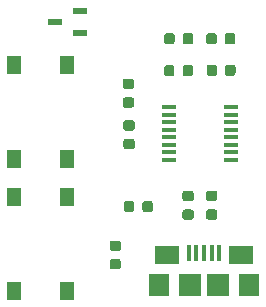
<source format=gbr>
G04 #@! TF.GenerationSoftware,KiCad,Pcbnew,(5.1.5)-3*
G04 #@! TF.CreationDate,2019-12-14T15:37:32-08:00*
G04 #@! TF.ProjectId,programmer,70726f67-7261-46d6-9d65-722e6b696361,rev?*
G04 #@! TF.SameCoordinates,Original*
G04 #@! TF.FileFunction,Paste,Top*
G04 #@! TF.FilePolarity,Positive*
%FSLAX46Y46*%
G04 Gerber Fmt 4.6, Leading zero omitted, Abs format (unit mm)*
G04 Created by KiCad (PCBNEW (5.1.5)-3) date 2019-12-14 15:37:32*
%MOMM*%
%LPD*%
G04 APERTURE LIST*
%ADD10R,1.300000X1.550000*%
%ADD11R,1.200000X0.400000*%
%ADD12C,0.100000*%
%ADD13R,1.300000X0.600000*%
%ADD14R,1.800000X1.900000*%
%ADD15R,1.900000X1.900000*%
%ADD16R,2.100000X1.600000*%
%ADD17R,0.400000X1.350000*%
G04 APERTURE END LIST*
D10*
X126174500Y-109017000D03*
X121674500Y-109017000D03*
X121674500Y-116967000D03*
X126174500Y-116967000D03*
X126174500Y-120193000D03*
X121674500Y-120193000D03*
X121674500Y-128143000D03*
X126174500Y-128143000D03*
D11*
X134814960Y-117073680D03*
X134814960Y-116438680D03*
X134814960Y-115803680D03*
X134814960Y-115168680D03*
X134814960Y-114533680D03*
X134814960Y-113898680D03*
X134814960Y-113263680D03*
X134814960Y-112628680D03*
X140014960Y-112628680D03*
X140014960Y-113263680D03*
X140014960Y-113898680D03*
X140014960Y-114533680D03*
X140014960Y-115168680D03*
X140014960Y-115803680D03*
X140014960Y-116438680D03*
X140014960Y-117073680D03*
D12*
G36*
X138629551Y-106363533D02*
G01*
X138650786Y-106366683D01*
X138671610Y-106371899D01*
X138691822Y-106379131D01*
X138711228Y-106388310D01*
X138729641Y-106399346D01*
X138746884Y-106412134D01*
X138762790Y-106426550D01*
X138777206Y-106442456D01*
X138789994Y-106459699D01*
X138801030Y-106478112D01*
X138810209Y-106497518D01*
X138817441Y-106517730D01*
X138822657Y-106538554D01*
X138825807Y-106559789D01*
X138826860Y-106581230D01*
X138826860Y-107093730D01*
X138825807Y-107115171D01*
X138822657Y-107136406D01*
X138817441Y-107157230D01*
X138810209Y-107177442D01*
X138801030Y-107196848D01*
X138789994Y-107215261D01*
X138777206Y-107232504D01*
X138762790Y-107248410D01*
X138746884Y-107262826D01*
X138729641Y-107275614D01*
X138711228Y-107286650D01*
X138691822Y-107295829D01*
X138671610Y-107303061D01*
X138650786Y-107308277D01*
X138629551Y-107311427D01*
X138608110Y-107312480D01*
X138170610Y-107312480D01*
X138149169Y-107311427D01*
X138127934Y-107308277D01*
X138107110Y-107303061D01*
X138086898Y-107295829D01*
X138067492Y-107286650D01*
X138049079Y-107275614D01*
X138031836Y-107262826D01*
X138015930Y-107248410D01*
X138001514Y-107232504D01*
X137988726Y-107215261D01*
X137977690Y-107196848D01*
X137968511Y-107177442D01*
X137961279Y-107157230D01*
X137956063Y-107136406D01*
X137952913Y-107115171D01*
X137951860Y-107093730D01*
X137951860Y-106581230D01*
X137952913Y-106559789D01*
X137956063Y-106538554D01*
X137961279Y-106517730D01*
X137968511Y-106497518D01*
X137977690Y-106478112D01*
X137988726Y-106459699D01*
X138001514Y-106442456D01*
X138015930Y-106426550D01*
X138031836Y-106412134D01*
X138049079Y-106399346D01*
X138067492Y-106388310D01*
X138086898Y-106379131D01*
X138107110Y-106371899D01*
X138127934Y-106366683D01*
X138149169Y-106363533D01*
X138170610Y-106362480D01*
X138608110Y-106362480D01*
X138629551Y-106363533D01*
G37*
G36*
X140204551Y-106363533D02*
G01*
X140225786Y-106366683D01*
X140246610Y-106371899D01*
X140266822Y-106379131D01*
X140286228Y-106388310D01*
X140304641Y-106399346D01*
X140321884Y-106412134D01*
X140337790Y-106426550D01*
X140352206Y-106442456D01*
X140364994Y-106459699D01*
X140376030Y-106478112D01*
X140385209Y-106497518D01*
X140392441Y-106517730D01*
X140397657Y-106538554D01*
X140400807Y-106559789D01*
X140401860Y-106581230D01*
X140401860Y-107093730D01*
X140400807Y-107115171D01*
X140397657Y-107136406D01*
X140392441Y-107157230D01*
X140385209Y-107177442D01*
X140376030Y-107196848D01*
X140364994Y-107215261D01*
X140352206Y-107232504D01*
X140337790Y-107248410D01*
X140321884Y-107262826D01*
X140304641Y-107275614D01*
X140286228Y-107286650D01*
X140266822Y-107295829D01*
X140246610Y-107303061D01*
X140225786Y-107308277D01*
X140204551Y-107311427D01*
X140183110Y-107312480D01*
X139745610Y-107312480D01*
X139724169Y-107311427D01*
X139702934Y-107308277D01*
X139682110Y-107303061D01*
X139661898Y-107295829D01*
X139642492Y-107286650D01*
X139624079Y-107275614D01*
X139606836Y-107262826D01*
X139590930Y-107248410D01*
X139576514Y-107232504D01*
X139563726Y-107215261D01*
X139552690Y-107196848D01*
X139543511Y-107177442D01*
X139536279Y-107157230D01*
X139531063Y-107136406D01*
X139527913Y-107115171D01*
X139526860Y-107093730D01*
X139526860Y-106581230D01*
X139527913Y-106559789D01*
X139531063Y-106538554D01*
X139536279Y-106517730D01*
X139543511Y-106497518D01*
X139552690Y-106478112D01*
X139563726Y-106459699D01*
X139576514Y-106442456D01*
X139590930Y-106426550D01*
X139606836Y-106412134D01*
X139624079Y-106399346D01*
X139642492Y-106388310D01*
X139661898Y-106379131D01*
X139682110Y-106371899D01*
X139702934Y-106366683D01*
X139724169Y-106363533D01*
X139745610Y-106362480D01*
X140183110Y-106362480D01*
X140204551Y-106363533D01*
G37*
G36*
X136643471Y-106353373D02*
G01*
X136664706Y-106356523D01*
X136685530Y-106361739D01*
X136705742Y-106368971D01*
X136725148Y-106378150D01*
X136743561Y-106389186D01*
X136760804Y-106401974D01*
X136776710Y-106416390D01*
X136791126Y-106432296D01*
X136803914Y-106449539D01*
X136814950Y-106467952D01*
X136824129Y-106487358D01*
X136831361Y-106507570D01*
X136836577Y-106528394D01*
X136839727Y-106549629D01*
X136840780Y-106571070D01*
X136840780Y-107083570D01*
X136839727Y-107105011D01*
X136836577Y-107126246D01*
X136831361Y-107147070D01*
X136824129Y-107167282D01*
X136814950Y-107186688D01*
X136803914Y-107205101D01*
X136791126Y-107222344D01*
X136776710Y-107238250D01*
X136760804Y-107252666D01*
X136743561Y-107265454D01*
X136725148Y-107276490D01*
X136705742Y-107285669D01*
X136685530Y-107292901D01*
X136664706Y-107298117D01*
X136643471Y-107301267D01*
X136622030Y-107302320D01*
X136184530Y-107302320D01*
X136163089Y-107301267D01*
X136141854Y-107298117D01*
X136121030Y-107292901D01*
X136100818Y-107285669D01*
X136081412Y-107276490D01*
X136062999Y-107265454D01*
X136045756Y-107252666D01*
X136029850Y-107238250D01*
X136015434Y-107222344D01*
X136002646Y-107205101D01*
X135991610Y-107186688D01*
X135982431Y-107167282D01*
X135975199Y-107147070D01*
X135969983Y-107126246D01*
X135966833Y-107105011D01*
X135965780Y-107083570D01*
X135965780Y-106571070D01*
X135966833Y-106549629D01*
X135969983Y-106528394D01*
X135975199Y-106507570D01*
X135982431Y-106487358D01*
X135991610Y-106467952D01*
X136002646Y-106449539D01*
X136015434Y-106432296D01*
X136029850Y-106416390D01*
X136045756Y-106401974D01*
X136062999Y-106389186D01*
X136081412Y-106378150D01*
X136100818Y-106368971D01*
X136121030Y-106361739D01*
X136141854Y-106356523D01*
X136163089Y-106353373D01*
X136184530Y-106352320D01*
X136622030Y-106352320D01*
X136643471Y-106353373D01*
G37*
G36*
X135068471Y-106353373D02*
G01*
X135089706Y-106356523D01*
X135110530Y-106361739D01*
X135130742Y-106368971D01*
X135150148Y-106378150D01*
X135168561Y-106389186D01*
X135185804Y-106401974D01*
X135201710Y-106416390D01*
X135216126Y-106432296D01*
X135228914Y-106449539D01*
X135239950Y-106467952D01*
X135249129Y-106487358D01*
X135256361Y-106507570D01*
X135261577Y-106528394D01*
X135264727Y-106549629D01*
X135265780Y-106571070D01*
X135265780Y-107083570D01*
X135264727Y-107105011D01*
X135261577Y-107126246D01*
X135256361Y-107147070D01*
X135249129Y-107167282D01*
X135239950Y-107186688D01*
X135228914Y-107205101D01*
X135216126Y-107222344D01*
X135201710Y-107238250D01*
X135185804Y-107252666D01*
X135168561Y-107265454D01*
X135150148Y-107276490D01*
X135130742Y-107285669D01*
X135110530Y-107292901D01*
X135089706Y-107298117D01*
X135068471Y-107301267D01*
X135047030Y-107302320D01*
X134609530Y-107302320D01*
X134588089Y-107301267D01*
X134566854Y-107298117D01*
X134546030Y-107292901D01*
X134525818Y-107285669D01*
X134506412Y-107276490D01*
X134487999Y-107265454D01*
X134470756Y-107252666D01*
X134454850Y-107238250D01*
X134440434Y-107222344D01*
X134427646Y-107205101D01*
X134416610Y-107186688D01*
X134407431Y-107167282D01*
X134400199Y-107147070D01*
X134394983Y-107126246D01*
X134391833Y-107105011D01*
X134390780Y-107083570D01*
X134390780Y-106571070D01*
X134391833Y-106549629D01*
X134394983Y-106528394D01*
X134400199Y-106507570D01*
X134407431Y-106487358D01*
X134416610Y-106467952D01*
X134427646Y-106449539D01*
X134440434Y-106432296D01*
X134454850Y-106416390D01*
X134470756Y-106401974D01*
X134487999Y-106389186D01*
X134506412Y-106378150D01*
X134525818Y-106368971D01*
X134546030Y-106361739D01*
X134566854Y-106356523D01*
X134588089Y-106353373D01*
X134609530Y-106352320D01*
X135047030Y-106352320D01*
X135068471Y-106353373D01*
G37*
G36*
X130528891Y-125486793D02*
G01*
X130550126Y-125489943D01*
X130570950Y-125495159D01*
X130591162Y-125502391D01*
X130610568Y-125511570D01*
X130628981Y-125522606D01*
X130646224Y-125535394D01*
X130662130Y-125549810D01*
X130676546Y-125565716D01*
X130689334Y-125582959D01*
X130700370Y-125601372D01*
X130709549Y-125620778D01*
X130716781Y-125640990D01*
X130721997Y-125661814D01*
X130725147Y-125683049D01*
X130726200Y-125704490D01*
X130726200Y-126141990D01*
X130725147Y-126163431D01*
X130721997Y-126184666D01*
X130716781Y-126205490D01*
X130709549Y-126225702D01*
X130700370Y-126245108D01*
X130689334Y-126263521D01*
X130676546Y-126280764D01*
X130662130Y-126296670D01*
X130646224Y-126311086D01*
X130628981Y-126323874D01*
X130610568Y-126334910D01*
X130591162Y-126344089D01*
X130570950Y-126351321D01*
X130550126Y-126356537D01*
X130528891Y-126359687D01*
X130507450Y-126360740D01*
X129994950Y-126360740D01*
X129973509Y-126359687D01*
X129952274Y-126356537D01*
X129931450Y-126351321D01*
X129911238Y-126344089D01*
X129891832Y-126334910D01*
X129873419Y-126323874D01*
X129856176Y-126311086D01*
X129840270Y-126296670D01*
X129825854Y-126280764D01*
X129813066Y-126263521D01*
X129802030Y-126245108D01*
X129792851Y-126225702D01*
X129785619Y-126205490D01*
X129780403Y-126184666D01*
X129777253Y-126163431D01*
X129776200Y-126141990D01*
X129776200Y-125704490D01*
X129777253Y-125683049D01*
X129780403Y-125661814D01*
X129785619Y-125640990D01*
X129792851Y-125620778D01*
X129802030Y-125601372D01*
X129813066Y-125582959D01*
X129825854Y-125565716D01*
X129840270Y-125549810D01*
X129856176Y-125535394D01*
X129873419Y-125522606D01*
X129891832Y-125511570D01*
X129911238Y-125502391D01*
X129931450Y-125495159D01*
X129952274Y-125489943D01*
X129973509Y-125486793D01*
X129994950Y-125485740D01*
X130507450Y-125485740D01*
X130528891Y-125486793D01*
G37*
G36*
X130528891Y-123911793D02*
G01*
X130550126Y-123914943D01*
X130570950Y-123920159D01*
X130591162Y-123927391D01*
X130610568Y-123936570D01*
X130628981Y-123947606D01*
X130646224Y-123960394D01*
X130662130Y-123974810D01*
X130676546Y-123990716D01*
X130689334Y-124007959D01*
X130700370Y-124026372D01*
X130709549Y-124045778D01*
X130716781Y-124065990D01*
X130721997Y-124086814D01*
X130725147Y-124108049D01*
X130726200Y-124129490D01*
X130726200Y-124566990D01*
X130725147Y-124588431D01*
X130721997Y-124609666D01*
X130716781Y-124630490D01*
X130709549Y-124650702D01*
X130700370Y-124670108D01*
X130689334Y-124688521D01*
X130676546Y-124705764D01*
X130662130Y-124721670D01*
X130646224Y-124736086D01*
X130628981Y-124748874D01*
X130610568Y-124759910D01*
X130591162Y-124769089D01*
X130570950Y-124776321D01*
X130550126Y-124781537D01*
X130528891Y-124784687D01*
X130507450Y-124785740D01*
X129994950Y-124785740D01*
X129973509Y-124784687D01*
X129952274Y-124781537D01*
X129931450Y-124776321D01*
X129911238Y-124769089D01*
X129891832Y-124759910D01*
X129873419Y-124748874D01*
X129856176Y-124736086D01*
X129840270Y-124721670D01*
X129825854Y-124705764D01*
X129813066Y-124688521D01*
X129802030Y-124670108D01*
X129792851Y-124650702D01*
X129785619Y-124630490D01*
X129780403Y-124609666D01*
X129777253Y-124588431D01*
X129776200Y-124566990D01*
X129776200Y-124129490D01*
X129777253Y-124108049D01*
X129780403Y-124086814D01*
X129785619Y-124065990D01*
X129792851Y-124045778D01*
X129802030Y-124026372D01*
X129813066Y-124007959D01*
X129825854Y-123990716D01*
X129840270Y-123974810D01*
X129856176Y-123960394D01*
X129873419Y-123947606D01*
X129891832Y-123936570D01*
X129911238Y-123927391D01*
X129931450Y-123920159D01*
X129952274Y-123914943D01*
X129973509Y-123911793D01*
X129994950Y-123910740D01*
X130507450Y-123910740D01*
X130528891Y-123911793D01*
G37*
G36*
X136685851Y-121280353D02*
G01*
X136707086Y-121283503D01*
X136727910Y-121288719D01*
X136748122Y-121295951D01*
X136767528Y-121305130D01*
X136785941Y-121316166D01*
X136803184Y-121328954D01*
X136819090Y-121343370D01*
X136833506Y-121359276D01*
X136846294Y-121376519D01*
X136857330Y-121394932D01*
X136866509Y-121414338D01*
X136873741Y-121434550D01*
X136878957Y-121455374D01*
X136882107Y-121476609D01*
X136883160Y-121498050D01*
X136883160Y-121935550D01*
X136882107Y-121956991D01*
X136878957Y-121978226D01*
X136873741Y-121999050D01*
X136866509Y-122019262D01*
X136857330Y-122038668D01*
X136846294Y-122057081D01*
X136833506Y-122074324D01*
X136819090Y-122090230D01*
X136803184Y-122104646D01*
X136785941Y-122117434D01*
X136767528Y-122128470D01*
X136748122Y-122137649D01*
X136727910Y-122144881D01*
X136707086Y-122150097D01*
X136685851Y-122153247D01*
X136664410Y-122154300D01*
X136151910Y-122154300D01*
X136130469Y-122153247D01*
X136109234Y-122150097D01*
X136088410Y-122144881D01*
X136068198Y-122137649D01*
X136048792Y-122128470D01*
X136030379Y-122117434D01*
X136013136Y-122104646D01*
X135997230Y-122090230D01*
X135982814Y-122074324D01*
X135970026Y-122057081D01*
X135958990Y-122038668D01*
X135949811Y-122019262D01*
X135942579Y-121999050D01*
X135937363Y-121978226D01*
X135934213Y-121956991D01*
X135933160Y-121935550D01*
X135933160Y-121498050D01*
X135934213Y-121476609D01*
X135937363Y-121455374D01*
X135942579Y-121434550D01*
X135949811Y-121414338D01*
X135958990Y-121394932D01*
X135970026Y-121376519D01*
X135982814Y-121359276D01*
X135997230Y-121343370D01*
X136013136Y-121328954D01*
X136030379Y-121316166D01*
X136048792Y-121305130D01*
X136068198Y-121295951D01*
X136088410Y-121288719D01*
X136109234Y-121283503D01*
X136130469Y-121280353D01*
X136151910Y-121279300D01*
X136664410Y-121279300D01*
X136685851Y-121280353D01*
G37*
G36*
X136685851Y-119705353D02*
G01*
X136707086Y-119708503D01*
X136727910Y-119713719D01*
X136748122Y-119720951D01*
X136767528Y-119730130D01*
X136785941Y-119741166D01*
X136803184Y-119753954D01*
X136819090Y-119768370D01*
X136833506Y-119784276D01*
X136846294Y-119801519D01*
X136857330Y-119819932D01*
X136866509Y-119839338D01*
X136873741Y-119859550D01*
X136878957Y-119880374D01*
X136882107Y-119901609D01*
X136883160Y-119923050D01*
X136883160Y-120360550D01*
X136882107Y-120381991D01*
X136878957Y-120403226D01*
X136873741Y-120424050D01*
X136866509Y-120444262D01*
X136857330Y-120463668D01*
X136846294Y-120482081D01*
X136833506Y-120499324D01*
X136819090Y-120515230D01*
X136803184Y-120529646D01*
X136785941Y-120542434D01*
X136767528Y-120553470D01*
X136748122Y-120562649D01*
X136727910Y-120569881D01*
X136707086Y-120575097D01*
X136685851Y-120578247D01*
X136664410Y-120579300D01*
X136151910Y-120579300D01*
X136130469Y-120578247D01*
X136109234Y-120575097D01*
X136088410Y-120569881D01*
X136068198Y-120562649D01*
X136048792Y-120553470D01*
X136030379Y-120542434D01*
X136013136Y-120529646D01*
X135997230Y-120515230D01*
X135982814Y-120499324D01*
X135970026Y-120482081D01*
X135958990Y-120463668D01*
X135949811Y-120444262D01*
X135942579Y-120424050D01*
X135937363Y-120403226D01*
X135934213Y-120381991D01*
X135933160Y-120360550D01*
X135933160Y-119923050D01*
X135934213Y-119901609D01*
X135937363Y-119880374D01*
X135942579Y-119859550D01*
X135949811Y-119839338D01*
X135958990Y-119819932D01*
X135970026Y-119801519D01*
X135982814Y-119784276D01*
X135997230Y-119768370D01*
X136013136Y-119753954D01*
X136030379Y-119741166D01*
X136048792Y-119730130D01*
X136068198Y-119720951D01*
X136088410Y-119713719D01*
X136109234Y-119708503D01*
X136130469Y-119705353D01*
X136151910Y-119704300D01*
X136664410Y-119704300D01*
X136685851Y-119705353D01*
G37*
G36*
X138687371Y-121270193D02*
G01*
X138708606Y-121273343D01*
X138729430Y-121278559D01*
X138749642Y-121285791D01*
X138769048Y-121294970D01*
X138787461Y-121306006D01*
X138804704Y-121318794D01*
X138820610Y-121333210D01*
X138835026Y-121349116D01*
X138847814Y-121366359D01*
X138858850Y-121384772D01*
X138868029Y-121404178D01*
X138875261Y-121424390D01*
X138880477Y-121445214D01*
X138883627Y-121466449D01*
X138884680Y-121487890D01*
X138884680Y-121925390D01*
X138883627Y-121946831D01*
X138880477Y-121968066D01*
X138875261Y-121988890D01*
X138868029Y-122009102D01*
X138858850Y-122028508D01*
X138847814Y-122046921D01*
X138835026Y-122064164D01*
X138820610Y-122080070D01*
X138804704Y-122094486D01*
X138787461Y-122107274D01*
X138769048Y-122118310D01*
X138749642Y-122127489D01*
X138729430Y-122134721D01*
X138708606Y-122139937D01*
X138687371Y-122143087D01*
X138665930Y-122144140D01*
X138153430Y-122144140D01*
X138131989Y-122143087D01*
X138110754Y-122139937D01*
X138089930Y-122134721D01*
X138069718Y-122127489D01*
X138050312Y-122118310D01*
X138031899Y-122107274D01*
X138014656Y-122094486D01*
X137998750Y-122080070D01*
X137984334Y-122064164D01*
X137971546Y-122046921D01*
X137960510Y-122028508D01*
X137951331Y-122009102D01*
X137944099Y-121988890D01*
X137938883Y-121968066D01*
X137935733Y-121946831D01*
X137934680Y-121925390D01*
X137934680Y-121487890D01*
X137935733Y-121466449D01*
X137938883Y-121445214D01*
X137944099Y-121424390D01*
X137951331Y-121404178D01*
X137960510Y-121384772D01*
X137971546Y-121366359D01*
X137984334Y-121349116D01*
X137998750Y-121333210D01*
X138014656Y-121318794D01*
X138031899Y-121306006D01*
X138050312Y-121294970D01*
X138069718Y-121285791D01*
X138089930Y-121278559D01*
X138110754Y-121273343D01*
X138131989Y-121270193D01*
X138153430Y-121269140D01*
X138665930Y-121269140D01*
X138687371Y-121270193D01*
G37*
G36*
X138687371Y-119695193D02*
G01*
X138708606Y-119698343D01*
X138729430Y-119703559D01*
X138749642Y-119710791D01*
X138769048Y-119719970D01*
X138787461Y-119731006D01*
X138804704Y-119743794D01*
X138820610Y-119758210D01*
X138835026Y-119774116D01*
X138847814Y-119791359D01*
X138858850Y-119809772D01*
X138868029Y-119829178D01*
X138875261Y-119849390D01*
X138880477Y-119870214D01*
X138883627Y-119891449D01*
X138884680Y-119912890D01*
X138884680Y-120350390D01*
X138883627Y-120371831D01*
X138880477Y-120393066D01*
X138875261Y-120413890D01*
X138868029Y-120434102D01*
X138858850Y-120453508D01*
X138847814Y-120471921D01*
X138835026Y-120489164D01*
X138820610Y-120505070D01*
X138804704Y-120519486D01*
X138787461Y-120532274D01*
X138769048Y-120543310D01*
X138749642Y-120552489D01*
X138729430Y-120559721D01*
X138708606Y-120564937D01*
X138687371Y-120568087D01*
X138665930Y-120569140D01*
X138153430Y-120569140D01*
X138131989Y-120568087D01*
X138110754Y-120564937D01*
X138089930Y-120559721D01*
X138069718Y-120552489D01*
X138050312Y-120543310D01*
X138031899Y-120532274D01*
X138014656Y-120519486D01*
X137998750Y-120505070D01*
X137984334Y-120489164D01*
X137971546Y-120471921D01*
X137960510Y-120453508D01*
X137951331Y-120434102D01*
X137944099Y-120413890D01*
X137938883Y-120393066D01*
X137935733Y-120371831D01*
X137934680Y-120350390D01*
X137934680Y-119912890D01*
X137935733Y-119891449D01*
X137938883Y-119870214D01*
X137944099Y-119849390D01*
X137951331Y-119829178D01*
X137960510Y-119809772D01*
X137971546Y-119791359D01*
X137984334Y-119774116D01*
X137998750Y-119758210D01*
X138014656Y-119743794D01*
X138031899Y-119731006D01*
X138050312Y-119719970D01*
X138069718Y-119710791D01*
X138089930Y-119703559D01*
X138110754Y-119698343D01*
X138131989Y-119695193D01*
X138153430Y-119694140D01*
X138665930Y-119694140D01*
X138687371Y-119695193D01*
G37*
D13*
X127254000Y-106362500D03*
X127254000Y-104462500D03*
X125154000Y-105412500D03*
D14*
X133965640Y-127665480D03*
X141565640Y-127665480D03*
D15*
X136565640Y-127665480D03*
X138965640Y-127665480D03*
D16*
X134665640Y-125115480D03*
X140865640Y-125115480D03*
D17*
X136465640Y-124990480D03*
X138415640Y-124990480D03*
X139065640Y-124990480D03*
X137115640Y-124990480D03*
X137765640Y-124990480D03*
D12*
G36*
X138654751Y-109015293D02*
G01*
X138675986Y-109018443D01*
X138696810Y-109023659D01*
X138717022Y-109030891D01*
X138736428Y-109040070D01*
X138754841Y-109051106D01*
X138772084Y-109063894D01*
X138787990Y-109078310D01*
X138802406Y-109094216D01*
X138815194Y-109111459D01*
X138826230Y-109129872D01*
X138835409Y-109149278D01*
X138842641Y-109169490D01*
X138847857Y-109190314D01*
X138851007Y-109211549D01*
X138852060Y-109232990D01*
X138852060Y-109745490D01*
X138851007Y-109766931D01*
X138847857Y-109788166D01*
X138842641Y-109808990D01*
X138835409Y-109829202D01*
X138826230Y-109848608D01*
X138815194Y-109867021D01*
X138802406Y-109884264D01*
X138787990Y-109900170D01*
X138772084Y-109914586D01*
X138754841Y-109927374D01*
X138736428Y-109938410D01*
X138717022Y-109947589D01*
X138696810Y-109954821D01*
X138675986Y-109960037D01*
X138654751Y-109963187D01*
X138633310Y-109964240D01*
X138195810Y-109964240D01*
X138174369Y-109963187D01*
X138153134Y-109960037D01*
X138132310Y-109954821D01*
X138112098Y-109947589D01*
X138092692Y-109938410D01*
X138074279Y-109927374D01*
X138057036Y-109914586D01*
X138041130Y-109900170D01*
X138026714Y-109884264D01*
X138013926Y-109867021D01*
X138002890Y-109848608D01*
X137993711Y-109829202D01*
X137986479Y-109808990D01*
X137981263Y-109788166D01*
X137978113Y-109766931D01*
X137977060Y-109745490D01*
X137977060Y-109232990D01*
X137978113Y-109211549D01*
X137981263Y-109190314D01*
X137986479Y-109169490D01*
X137993711Y-109149278D01*
X138002890Y-109129872D01*
X138013926Y-109111459D01*
X138026714Y-109094216D01*
X138041130Y-109078310D01*
X138057036Y-109063894D01*
X138074279Y-109051106D01*
X138092692Y-109040070D01*
X138112098Y-109030891D01*
X138132310Y-109023659D01*
X138153134Y-109018443D01*
X138174369Y-109015293D01*
X138195810Y-109014240D01*
X138633310Y-109014240D01*
X138654751Y-109015293D01*
G37*
G36*
X140229751Y-109015293D02*
G01*
X140250986Y-109018443D01*
X140271810Y-109023659D01*
X140292022Y-109030891D01*
X140311428Y-109040070D01*
X140329841Y-109051106D01*
X140347084Y-109063894D01*
X140362990Y-109078310D01*
X140377406Y-109094216D01*
X140390194Y-109111459D01*
X140401230Y-109129872D01*
X140410409Y-109149278D01*
X140417641Y-109169490D01*
X140422857Y-109190314D01*
X140426007Y-109211549D01*
X140427060Y-109232990D01*
X140427060Y-109745490D01*
X140426007Y-109766931D01*
X140422857Y-109788166D01*
X140417641Y-109808990D01*
X140410409Y-109829202D01*
X140401230Y-109848608D01*
X140390194Y-109867021D01*
X140377406Y-109884264D01*
X140362990Y-109900170D01*
X140347084Y-109914586D01*
X140329841Y-109927374D01*
X140311428Y-109938410D01*
X140292022Y-109947589D01*
X140271810Y-109954821D01*
X140250986Y-109960037D01*
X140229751Y-109963187D01*
X140208310Y-109964240D01*
X139770810Y-109964240D01*
X139749369Y-109963187D01*
X139728134Y-109960037D01*
X139707310Y-109954821D01*
X139687098Y-109947589D01*
X139667692Y-109938410D01*
X139649279Y-109927374D01*
X139632036Y-109914586D01*
X139616130Y-109900170D01*
X139601714Y-109884264D01*
X139588926Y-109867021D01*
X139577890Y-109848608D01*
X139568711Y-109829202D01*
X139561479Y-109808990D01*
X139556263Y-109788166D01*
X139553113Y-109766931D01*
X139552060Y-109745490D01*
X139552060Y-109232990D01*
X139553113Y-109211549D01*
X139556263Y-109190314D01*
X139561479Y-109169490D01*
X139568711Y-109149278D01*
X139577890Y-109129872D01*
X139588926Y-109111459D01*
X139601714Y-109094216D01*
X139616130Y-109078310D01*
X139632036Y-109063894D01*
X139649279Y-109051106D01*
X139667692Y-109040070D01*
X139687098Y-109030891D01*
X139707310Y-109023659D01*
X139728134Y-109018443D01*
X139749369Y-109015293D01*
X139770810Y-109014240D01*
X140208310Y-109014240D01*
X140229751Y-109015293D01*
G37*
G36*
X136638391Y-109061013D02*
G01*
X136659626Y-109064163D01*
X136680450Y-109069379D01*
X136700662Y-109076611D01*
X136720068Y-109085790D01*
X136738481Y-109096826D01*
X136755724Y-109109614D01*
X136771630Y-109124030D01*
X136786046Y-109139936D01*
X136798834Y-109157179D01*
X136809870Y-109175592D01*
X136819049Y-109194998D01*
X136826281Y-109215210D01*
X136831497Y-109236034D01*
X136834647Y-109257269D01*
X136835700Y-109278710D01*
X136835700Y-109791210D01*
X136834647Y-109812651D01*
X136831497Y-109833886D01*
X136826281Y-109854710D01*
X136819049Y-109874922D01*
X136809870Y-109894328D01*
X136798834Y-109912741D01*
X136786046Y-109929984D01*
X136771630Y-109945890D01*
X136755724Y-109960306D01*
X136738481Y-109973094D01*
X136720068Y-109984130D01*
X136700662Y-109993309D01*
X136680450Y-110000541D01*
X136659626Y-110005757D01*
X136638391Y-110008907D01*
X136616950Y-110009960D01*
X136179450Y-110009960D01*
X136158009Y-110008907D01*
X136136774Y-110005757D01*
X136115950Y-110000541D01*
X136095738Y-109993309D01*
X136076332Y-109984130D01*
X136057919Y-109973094D01*
X136040676Y-109960306D01*
X136024770Y-109945890D01*
X136010354Y-109929984D01*
X135997566Y-109912741D01*
X135986530Y-109894328D01*
X135977351Y-109874922D01*
X135970119Y-109854710D01*
X135964903Y-109833886D01*
X135961753Y-109812651D01*
X135960700Y-109791210D01*
X135960700Y-109278710D01*
X135961753Y-109257269D01*
X135964903Y-109236034D01*
X135970119Y-109215210D01*
X135977351Y-109194998D01*
X135986530Y-109175592D01*
X135997566Y-109157179D01*
X136010354Y-109139936D01*
X136024770Y-109124030D01*
X136040676Y-109109614D01*
X136057919Y-109096826D01*
X136076332Y-109085790D01*
X136095738Y-109076611D01*
X136115950Y-109069379D01*
X136136774Y-109064163D01*
X136158009Y-109061013D01*
X136179450Y-109059960D01*
X136616950Y-109059960D01*
X136638391Y-109061013D01*
G37*
G36*
X135063391Y-109061013D02*
G01*
X135084626Y-109064163D01*
X135105450Y-109069379D01*
X135125662Y-109076611D01*
X135145068Y-109085790D01*
X135163481Y-109096826D01*
X135180724Y-109109614D01*
X135196630Y-109124030D01*
X135211046Y-109139936D01*
X135223834Y-109157179D01*
X135234870Y-109175592D01*
X135244049Y-109194998D01*
X135251281Y-109215210D01*
X135256497Y-109236034D01*
X135259647Y-109257269D01*
X135260700Y-109278710D01*
X135260700Y-109791210D01*
X135259647Y-109812651D01*
X135256497Y-109833886D01*
X135251281Y-109854710D01*
X135244049Y-109874922D01*
X135234870Y-109894328D01*
X135223834Y-109912741D01*
X135211046Y-109929984D01*
X135196630Y-109945890D01*
X135180724Y-109960306D01*
X135163481Y-109973094D01*
X135145068Y-109984130D01*
X135125662Y-109993309D01*
X135105450Y-110000541D01*
X135084626Y-110005757D01*
X135063391Y-110008907D01*
X135041950Y-110009960D01*
X134604450Y-110009960D01*
X134583009Y-110008907D01*
X134561774Y-110005757D01*
X134540950Y-110000541D01*
X134520738Y-109993309D01*
X134501332Y-109984130D01*
X134482919Y-109973094D01*
X134465676Y-109960306D01*
X134449770Y-109945890D01*
X134435354Y-109929984D01*
X134422566Y-109912741D01*
X134411530Y-109894328D01*
X134402351Y-109874922D01*
X134395119Y-109854710D01*
X134389903Y-109833886D01*
X134386753Y-109812651D01*
X134385700Y-109791210D01*
X134385700Y-109278710D01*
X134386753Y-109257269D01*
X134389903Y-109236034D01*
X134395119Y-109215210D01*
X134402351Y-109194998D01*
X134411530Y-109175592D01*
X134422566Y-109157179D01*
X134435354Y-109139936D01*
X134449770Y-109124030D01*
X134465676Y-109109614D01*
X134482919Y-109096826D01*
X134501332Y-109085790D01*
X134520738Y-109076611D01*
X134540950Y-109069379D01*
X134561774Y-109064163D01*
X134583009Y-109061013D01*
X134604450Y-109059960D01*
X135041950Y-109059960D01*
X135063391Y-109061013D01*
G37*
G36*
X131631251Y-110211033D02*
G01*
X131652486Y-110214183D01*
X131673310Y-110219399D01*
X131693522Y-110226631D01*
X131712928Y-110235810D01*
X131731341Y-110246846D01*
X131748584Y-110259634D01*
X131764490Y-110274050D01*
X131778906Y-110289956D01*
X131791694Y-110307199D01*
X131802730Y-110325612D01*
X131811909Y-110345018D01*
X131819141Y-110365230D01*
X131824357Y-110386054D01*
X131827507Y-110407289D01*
X131828560Y-110428730D01*
X131828560Y-110866230D01*
X131827507Y-110887671D01*
X131824357Y-110908906D01*
X131819141Y-110929730D01*
X131811909Y-110949942D01*
X131802730Y-110969348D01*
X131791694Y-110987761D01*
X131778906Y-111005004D01*
X131764490Y-111020910D01*
X131748584Y-111035326D01*
X131731341Y-111048114D01*
X131712928Y-111059150D01*
X131693522Y-111068329D01*
X131673310Y-111075561D01*
X131652486Y-111080777D01*
X131631251Y-111083927D01*
X131609810Y-111084980D01*
X131097310Y-111084980D01*
X131075869Y-111083927D01*
X131054634Y-111080777D01*
X131033810Y-111075561D01*
X131013598Y-111068329D01*
X130994192Y-111059150D01*
X130975779Y-111048114D01*
X130958536Y-111035326D01*
X130942630Y-111020910D01*
X130928214Y-111005004D01*
X130915426Y-110987761D01*
X130904390Y-110969348D01*
X130895211Y-110949942D01*
X130887979Y-110929730D01*
X130882763Y-110908906D01*
X130879613Y-110887671D01*
X130878560Y-110866230D01*
X130878560Y-110428730D01*
X130879613Y-110407289D01*
X130882763Y-110386054D01*
X130887979Y-110365230D01*
X130895211Y-110345018D01*
X130904390Y-110325612D01*
X130915426Y-110307199D01*
X130928214Y-110289956D01*
X130942630Y-110274050D01*
X130958536Y-110259634D01*
X130975779Y-110246846D01*
X130994192Y-110235810D01*
X131013598Y-110226631D01*
X131033810Y-110219399D01*
X131054634Y-110214183D01*
X131075869Y-110211033D01*
X131097310Y-110209980D01*
X131609810Y-110209980D01*
X131631251Y-110211033D01*
G37*
G36*
X131631251Y-111786033D02*
G01*
X131652486Y-111789183D01*
X131673310Y-111794399D01*
X131693522Y-111801631D01*
X131712928Y-111810810D01*
X131731341Y-111821846D01*
X131748584Y-111834634D01*
X131764490Y-111849050D01*
X131778906Y-111864956D01*
X131791694Y-111882199D01*
X131802730Y-111900612D01*
X131811909Y-111920018D01*
X131819141Y-111940230D01*
X131824357Y-111961054D01*
X131827507Y-111982289D01*
X131828560Y-112003730D01*
X131828560Y-112441230D01*
X131827507Y-112462671D01*
X131824357Y-112483906D01*
X131819141Y-112504730D01*
X131811909Y-112524942D01*
X131802730Y-112544348D01*
X131791694Y-112562761D01*
X131778906Y-112580004D01*
X131764490Y-112595910D01*
X131748584Y-112610326D01*
X131731341Y-112623114D01*
X131712928Y-112634150D01*
X131693522Y-112643329D01*
X131673310Y-112650561D01*
X131652486Y-112655777D01*
X131631251Y-112658927D01*
X131609810Y-112659980D01*
X131097310Y-112659980D01*
X131075869Y-112658927D01*
X131054634Y-112655777D01*
X131033810Y-112650561D01*
X131013598Y-112643329D01*
X130994192Y-112634150D01*
X130975779Y-112623114D01*
X130958536Y-112610326D01*
X130942630Y-112595910D01*
X130928214Y-112580004D01*
X130915426Y-112562761D01*
X130904390Y-112544348D01*
X130895211Y-112524942D01*
X130887979Y-112504730D01*
X130882763Y-112483906D01*
X130879613Y-112462671D01*
X130878560Y-112441230D01*
X130878560Y-112003730D01*
X130879613Y-111982289D01*
X130882763Y-111961054D01*
X130887979Y-111940230D01*
X130895211Y-111920018D01*
X130904390Y-111900612D01*
X130915426Y-111882199D01*
X130928214Y-111864956D01*
X130942630Y-111849050D01*
X130958536Y-111834634D01*
X130975779Y-111821846D01*
X130994192Y-111810810D01*
X131013598Y-111801631D01*
X131033810Y-111794399D01*
X131054634Y-111789183D01*
X131075869Y-111786033D01*
X131097310Y-111784980D01*
X131609810Y-111784980D01*
X131631251Y-111786033D01*
G37*
G36*
X131692211Y-113726393D02*
G01*
X131713446Y-113729543D01*
X131734270Y-113734759D01*
X131754482Y-113741991D01*
X131773888Y-113751170D01*
X131792301Y-113762206D01*
X131809544Y-113774994D01*
X131825450Y-113789410D01*
X131839866Y-113805316D01*
X131852654Y-113822559D01*
X131863690Y-113840972D01*
X131872869Y-113860378D01*
X131880101Y-113880590D01*
X131885317Y-113901414D01*
X131888467Y-113922649D01*
X131889520Y-113944090D01*
X131889520Y-114381590D01*
X131888467Y-114403031D01*
X131885317Y-114424266D01*
X131880101Y-114445090D01*
X131872869Y-114465302D01*
X131863690Y-114484708D01*
X131852654Y-114503121D01*
X131839866Y-114520364D01*
X131825450Y-114536270D01*
X131809544Y-114550686D01*
X131792301Y-114563474D01*
X131773888Y-114574510D01*
X131754482Y-114583689D01*
X131734270Y-114590921D01*
X131713446Y-114596137D01*
X131692211Y-114599287D01*
X131670770Y-114600340D01*
X131158270Y-114600340D01*
X131136829Y-114599287D01*
X131115594Y-114596137D01*
X131094770Y-114590921D01*
X131074558Y-114583689D01*
X131055152Y-114574510D01*
X131036739Y-114563474D01*
X131019496Y-114550686D01*
X131003590Y-114536270D01*
X130989174Y-114520364D01*
X130976386Y-114503121D01*
X130965350Y-114484708D01*
X130956171Y-114465302D01*
X130948939Y-114445090D01*
X130943723Y-114424266D01*
X130940573Y-114403031D01*
X130939520Y-114381590D01*
X130939520Y-113944090D01*
X130940573Y-113922649D01*
X130943723Y-113901414D01*
X130948939Y-113880590D01*
X130956171Y-113860378D01*
X130965350Y-113840972D01*
X130976386Y-113822559D01*
X130989174Y-113805316D01*
X131003590Y-113789410D01*
X131019496Y-113774994D01*
X131036739Y-113762206D01*
X131055152Y-113751170D01*
X131074558Y-113741991D01*
X131094770Y-113734759D01*
X131115594Y-113729543D01*
X131136829Y-113726393D01*
X131158270Y-113725340D01*
X131670770Y-113725340D01*
X131692211Y-113726393D01*
G37*
G36*
X131692211Y-115301393D02*
G01*
X131713446Y-115304543D01*
X131734270Y-115309759D01*
X131754482Y-115316991D01*
X131773888Y-115326170D01*
X131792301Y-115337206D01*
X131809544Y-115349994D01*
X131825450Y-115364410D01*
X131839866Y-115380316D01*
X131852654Y-115397559D01*
X131863690Y-115415972D01*
X131872869Y-115435378D01*
X131880101Y-115455590D01*
X131885317Y-115476414D01*
X131888467Y-115497649D01*
X131889520Y-115519090D01*
X131889520Y-115956590D01*
X131888467Y-115978031D01*
X131885317Y-115999266D01*
X131880101Y-116020090D01*
X131872869Y-116040302D01*
X131863690Y-116059708D01*
X131852654Y-116078121D01*
X131839866Y-116095364D01*
X131825450Y-116111270D01*
X131809544Y-116125686D01*
X131792301Y-116138474D01*
X131773888Y-116149510D01*
X131754482Y-116158689D01*
X131734270Y-116165921D01*
X131713446Y-116171137D01*
X131692211Y-116174287D01*
X131670770Y-116175340D01*
X131158270Y-116175340D01*
X131136829Y-116174287D01*
X131115594Y-116171137D01*
X131094770Y-116165921D01*
X131074558Y-116158689D01*
X131055152Y-116149510D01*
X131036739Y-116138474D01*
X131019496Y-116125686D01*
X131003590Y-116111270D01*
X130989174Y-116095364D01*
X130976386Y-116078121D01*
X130965350Y-116059708D01*
X130956171Y-116040302D01*
X130948939Y-116020090D01*
X130943723Y-115999266D01*
X130940573Y-115978031D01*
X130939520Y-115956590D01*
X130939520Y-115519090D01*
X130940573Y-115497649D01*
X130943723Y-115476414D01*
X130948939Y-115455590D01*
X130956171Y-115435378D01*
X130965350Y-115415972D01*
X130976386Y-115397559D01*
X130989174Y-115380316D01*
X131003590Y-115364410D01*
X131019496Y-115349994D01*
X131036739Y-115337206D01*
X131055152Y-115326170D01*
X131074558Y-115316991D01*
X131094770Y-115309759D01*
X131115594Y-115304543D01*
X131136829Y-115301393D01*
X131158270Y-115300340D01*
X131670770Y-115300340D01*
X131692211Y-115301393D01*
G37*
G36*
X133224631Y-120562133D02*
G01*
X133245866Y-120565283D01*
X133266690Y-120570499D01*
X133286902Y-120577731D01*
X133306308Y-120586910D01*
X133324721Y-120597946D01*
X133341964Y-120610734D01*
X133357870Y-120625150D01*
X133372286Y-120641056D01*
X133385074Y-120658299D01*
X133396110Y-120676712D01*
X133405289Y-120696118D01*
X133412521Y-120716330D01*
X133417737Y-120737154D01*
X133420887Y-120758389D01*
X133421940Y-120779830D01*
X133421940Y-121292330D01*
X133420887Y-121313771D01*
X133417737Y-121335006D01*
X133412521Y-121355830D01*
X133405289Y-121376042D01*
X133396110Y-121395448D01*
X133385074Y-121413861D01*
X133372286Y-121431104D01*
X133357870Y-121447010D01*
X133341964Y-121461426D01*
X133324721Y-121474214D01*
X133306308Y-121485250D01*
X133286902Y-121494429D01*
X133266690Y-121501661D01*
X133245866Y-121506877D01*
X133224631Y-121510027D01*
X133203190Y-121511080D01*
X132765690Y-121511080D01*
X132744249Y-121510027D01*
X132723014Y-121506877D01*
X132702190Y-121501661D01*
X132681978Y-121494429D01*
X132662572Y-121485250D01*
X132644159Y-121474214D01*
X132626916Y-121461426D01*
X132611010Y-121447010D01*
X132596594Y-121431104D01*
X132583806Y-121413861D01*
X132572770Y-121395448D01*
X132563591Y-121376042D01*
X132556359Y-121355830D01*
X132551143Y-121335006D01*
X132547993Y-121313771D01*
X132546940Y-121292330D01*
X132546940Y-120779830D01*
X132547993Y-120758389D01*
X132551143Y-120737154D01*
X132556359Y-120716330D01*
X132563591Y-120696118D01*
X132572770Y-120676712D01*
X132583806Y-120658299D01*
X132596594Y-120641056D01*
X132611010Y-120625150D01*
X132626916Y-120610734D01*
X132644159Y-120597946D01*
X132662572Y-120586910D01*
X132681978Y-120577731D01*
X132702190Y-120570499D01*
X132723014Y-120565283D01*
X132744249Y-120562133D01*
X132765690Y-120561080D01*
X133203190Y-120561080D01*
X133224631Y-120562133D01*
G37*
G36*
X131649631Y-120562133D02*
G01*
X131670866Y-120565283D01*
X131691690Y-120570499D01*
X131711902Y-120577731D01*
X131731308Y-120586910D01*
X131749721Y-120597946D01*
X131766964Y-120610734D01*
X131782870Y-120625150D01*
X131797286Y-120641056D01*
X131810074Y-120658299D01*
X131821110Y-120676712D01*
X131830289Y-120696118D01*
X131837521Y-120716330D01*
X131842737Y-120737154D01*
X131845887Y-120758389D01*
X131846940Y-120779830D01*
X131846940Y-121292330D01*
X131845887Y-121313771D01*
X131842737Y-121335006D01*
X131837521Y-121355830D01*
X131830289Y-121376042D01*
X131821110Y-121395448D01*
X131810074Y-121413861D01*
X131797286Y-121431104D01*
X131782870Y-121447010D01*
X131766964Y-121461426D01*
X131749721Y-121474214D01*
X131731308Y-121485250D01*
X131711902Y-121494429D01*
X131691690Y-121501661D01*
X131670866Y-121506877D01*
X131649631Y-121510027D01*
X131628190Y-121511080D01*
X131190690Y-121511080D01*
X131169249Y-121510027D01*
X131148014Y-121506877D01*
X131127190Y-121501661D01*
X131106978Y-121494429D01*
X131087572Y-121485250D01*
X131069159Y-121474214D01*
X131051916Y-121461426D01*
X131036010Y-121447010D01*
X131021594Y-121431104D01*
X131008806Y-121413861D01*
X130997770Y-121395448D01*
X130988591Y-121376042D01*
X130981359Y-121355830D01*
X130976143Y-121335006D01*
X130972993Y-121313771D01*
X130971940Y-121292330D01*
X130971940Y-120779830D01*
X130972993Y-120758389D01*
X130976143Y-120737154D01*
X130981359Y-120716330D01*
X130988591Y-120696118D01*
X130997770Y-120676712D01*
X131008806Y-120658299D01*
X131021594Y-120641056D01*
X131036010Y-120625150D01*
X131051916Y-120610734D01*
X131069159Y-120597946D01*
X131087572Y-120586910D01*
X131106978Y-120577731D01*
X131127190Y-120570499D01*
X131148014Y-120565283D01*
X131169249Y-120562133D01*
X131190690Y-120561080D01*
X131628190Y-120561080D01*
X131649631Y-120562133D01*
G37*
M02*

</source>
